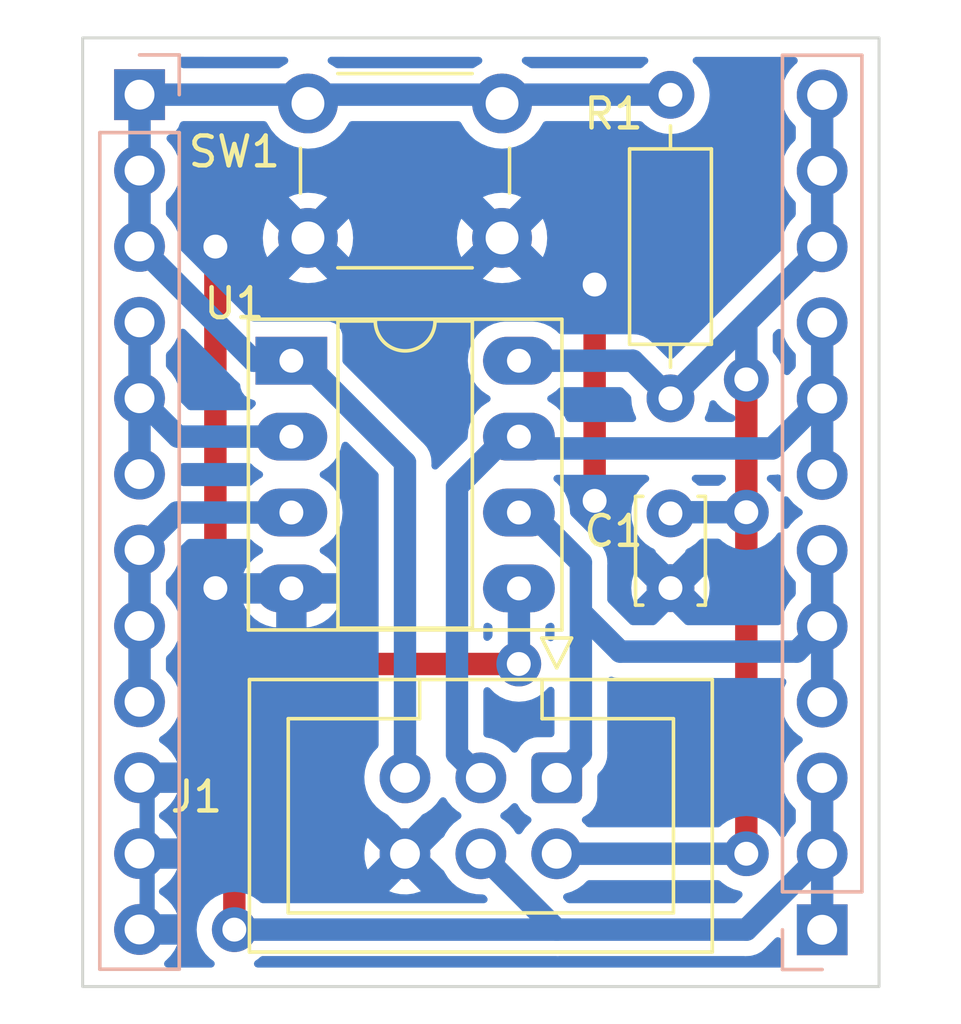
<source format=kicad_pcb>
(kicad_pcb (version 20211014) (generator pcbnew)
  (layers (0 "F.Cu" signal) (31 "B.Cu" signal) (34 "B.Paste" user) (35 "F.Paste" user) (36 "B.SilkS" user "B.Silkscreen") (37 "F.SilkS" user "F.Silkscreen") (38 "B.Mask" user) (39 "F.Mask" user) (44 "Edge.Cuts" user))
  (net 0 "")
  (net 1 "VCC")
  (net 2 "GND")
  (net 3 "Net-(J1-Pad1)")
  (net 4 "Net-(J1-Pad3)")
  (net 5 "Net-(J1-Pad5)")
  (net 6 "Net-(H1-Pad4)")
  (net 7 "Net-(H1-Pad7)")
  (net 8 "Net-(H2-Pad1)")
  (footprint "Package_DIP:DIP-8_W7.62mm_Socket_LongPads" (layer "F.Cu") (at 26.04 31.125)
    (fp_text reference "U1" (at -1.91 -1.915) (layer "F.SilkS"))
    (fp_text value "ATtiny13V-10P")
    (fp_line (start 6.06 8.95) (end 6.06 -1.33) (layer "F.SilkS") (width 0.12))
    (fp_line (start 1.56 8.95) (end 6.06 8.95) (layer "F.SilkS") (width 0.12))
    (fp_line (start -1.44 9.01) (end 9.06 9.01) (layer "F.SilkS") (width 0.12))
    (fp_line (start -1.44 -1.39) (end -1.44 9.01) (layer "F.SilkS") (width 0.12))
    (fp_line (start 9.06 9.01) (end 9.06 -1.39) (layer "F.SilkS") (width 0.12))
    (fp_line (start 2.81 -1.33) (end 1.56 -1.33) (layer "F.SilkS") (width 0.12))
    (fp_line (start 1.56 -1.33) (end 1.56 8.95) (layer "F.SilkS") (width 0.12))
    (fp_line (start 6.06 -1.33) (end 4.81 -1.33) (layer "F.SilkS") (width 0.12))
    (fp_line (start 9.06 -1.39) (end -1.44 -1.39) (layer "F.SilkS") (width 0.12))
    (fp_arc (start 4.81 -1.33) (mid 3.81 -0.33) (end 2.81 -1.33) (layer "F.SilkS") (width 0.12))
    (pad "1" thru_hole rect (at 0 0) (size 2.4 1.6) (drill 0.8) (layers *.Cu *.Mask) (net 5 "Net-(J1-Pad5)"))
    (pad "2" thru_hole oval (at 0 2.54) (size 2.4 1.6) (drill 0.8) (layers *.Cu *.Mask) (net 6 "Net-(H1-Pad4)"))
    (pad "3" thru_hole oval (at 0 5.08) (size 2.4 1.6) (drill 0.8) (layers *.Cu *.Mask) (net 7 "Net-(H1-Pad7)"))
    (pad "4" thru_hole oval (at 0 7.62) (size 2.4 1.6) (drill 0.8) (layers *.Cu *.Mask) (net 2 "GND"))
    (pad "5" thru_hole oval (at 7.62 7.62) (size 2.4 1.6) (drill 0.8) (layers *.Cu *.Mask) (net 8 "Net-(H2-Pad1)"))
    (pad "6" thru_hole oval (at 7.62 5.08) (size 2.4 1.6) (drill 0.8) (layers *.Cu *.Mask) (net 3 "Net-(J1-Pad1)"))
    (pad "7" thru_hole oval (at 7.62 2.54) (size 2.4 1.6) (drill 0.8) (layers *.Cu *.Mask) (net 4 "Net-(J1-Pad3)"))
    (pad "8" thru_hole oval (at 7.62 0) (size 2.4 1.6) (drill 0.8) (layers *.Cu *.Mask) (net 1 "VCC"))
  )
  (footprint "Capacitor_THT:C_Disc_D3.4mm_W2.1mm_P2.50mm" (layer "F.Cu") (at 38.735 36.235 -90)
    (fp_text reference "C1" (at 0.595 1.905 180) (layer "F.SilkS"))
    (fp_text value "100n")
    (fp_line (start -0.57 0.925) (end -0.57 1.17) (layer "F.SilkS") (width 0.12))
    (fp_line (start 3.07 0.925) (end 3.07 1.17) (layer "F.SilkS") (width 0.12))
    (fp_line (start -0.57 -1.17) (end 3.07 -1.17) (layer "F.SilkS") (width 0.12))
    (fp_line (start -0.57 1.17) (end 3.07 1.17) (layer "F.SilkS") (width 0.12))
    (fp_line (start 3.07 -1.17) (end 3.07 -0.925) (layer "F.SilkS") (width 0.12))
    (fp_line (start -0.57 -1.17) (end -0.57 -0.925) (layer "F.SilkS") (width 0.12))
    (pad "1" thru_hole circle (at 0 0 270) (size 1.6 1.6) (drill 0.8) (layers *.Cu *.Mask) (net 1 "VCC"))
    (pad "2" thru_hole circle (at 2.5 0 270) (size 1.6 1.6) (drill 0.8) (layers *.Cu *.Mask) (net 2 "GND"))
  )
  (footprint "Connector_IDC:IDC-Header_2x03_P2.54mm_Vertical" (layer "F.Cu") (at 34.925 45.085 -90)
    (fp_text reference "J1" (at 0.635 12.065 180) (layer "F.SilkS"))
    (fp_text value "AVR-ISP-6")
    (fp_line (start 5.83 10.29) (end -3.29 10.29) (layer "F.SilkS") (width 0.12))
    (fp_line (start -1.98 4.59) (end -3.29 4.59) (layer "F.SilkS") (width 0.12))
    (fp_line (start -3.29 -5.21) (end 5.83 -5.21) (layer "F.SilkS") (width 0.12))
    (fp_line (start 4.52 8.99) (end -1.98 8.99) (layer "F.SilkS") (width 0.12))
    (fp_line (start -1.98 0.49) (end -1.98 -3.91) (layer "F.SilkS") (width 0.12))
    (fp_line (start -1.98 -3.91) (end 4.52 -3.91) (layer "F.SilkS") (width 0.12))
    (fp_line (start -4.68 -0.5) (end -4.68 0.5) (layer "F.SilkS") (width 0.12))
    (fp_line (start -3.29 10.29) (end -3.29 -5.21) (layer "F.SilkS") (width 0.12))
    (fp_line (start -1.98 4.59) (end -1.98 4.59) (layer "F.SilkS") (width 0.12))
    (fp_line (start 5.83 -5.21) (end 5.83 10.29) (layer "F.SilkS") (width 0.12))
    (fp_line (start -3.29 0.49) (end -1.98 0.49) (layer "F.SilkS") (width 0.12))
    (fp_line (start -4.68 0.5) (end -3.68 0) (layer "F.SilkS") (width 0.12))
    (fp_line (start -1.98 8.99) (end -1.98 4.59) (layer "F.SilkS") (width 0.12))
    (fp_line (start -3.68 0) (end -4.68 -0.5) (layer "F.SilkS") (width 0.12))
    (fp_line (start 4.52 -3.91) (end 4.52 8.99) (layer "F.SilkS") (width 0.12))
    (pad "1" thru_hole roundrect (at 0 0 270) (size 1.7 1.7) (drill 1) (layers *.Cu *.Mask) (roundrect_rratio 0.147059) (net 3 "Net-(J1-Pad1)"))
    (pad "2" thru_hole circle (at 2.54 0 270) (size 1.7 1.7) (drill 1) (layers *.Cu *.Mask) (net 1 "VCC"))
    (pad "3" thru_hole circle (at 0 2.54 270) (size 1.7 1.7) (drill 1) (layers *.Cu *.Mask) (net 4 "Net-(J1-Pad3)"))
    (pad "4" thru_hole circle (at 2.54 2.54 270) (size 1.7 1.7) (drill 1) (layers *.Cu *.Mask) (net 8 "Net-(H2-Pad1)"))
    (pad "5" thru_hole circle (at 0 5.08 270) (size 1.7 1.7) (drill 1) (layers *.Cu *.Mask) (net 5 "Net-(J1-Pad5)"))
    (pad "6" thru_hole circle (at 2.54 5.08 270) (size 1.7 1.7) (drill 1) (layers *.Cu *.Mask) (net 2 "GND"))
  )
  (footprint "Button_Switch_THT:SW_PUSH_6mm" (layer "F.Cu") (at 26.595 22.515)
    (fp_text reference "SW1" (at -2.465 1.615) (layer "F.SilkS"))
    (fp_text value "SW_Push")
    (fp_line (start 5.5 -1) (end 1 -1) (layer "F.SilkS") (width 0.12))
    (fp_line (start 6.75 3) (end 6.75 1.5) (layer "F.SilkS") (width 0.12))
    (fp_line (start 1 5.5) (end 5.5 5.5) (layer "F.SilkS") (width 0.12))
    (fp_line (start -0.25 1.5) (end -0.25 3) (layer "F.SilkS") (width 0.12))
    (pad "1" thru_hole circle (at 0 0 90) (size 2 2) (drill 1.1) (layers *.Cu *.Mask) (net 5 "Net-(J1-Pad5)"))
    (pad "1" thru_hole circle (at 6.5 0 90) (size 2 2) (drill 1.1) (layers *.Cu *.Mask) (net 5 "Net-(J1-Pad5)"))
    (pad "2" thru_hole circle (at 6.5 4.5 90) (size 2 2) (drill 1.1) (layers *.Cu *.Mask) (net 2 "GND"))
    (pad "2" thru_hole circle (at 0 4.5 90) (size 2 2) (drill 1.1) (layers *.Cu *.Mask) (net 2 "GND"))
  )
  (footprint "Resistor_THT:R_Axial_DIN0207_L6.3mm_D2.5mm_P10.16mm_Horizontal" (layer "F.Cu") (at 38.735 22.225 -90)
    (fp_text reference "R1" (at 0.635 1.905 180) (layer "F.SilkS"))
    (fp_text value "10K")
    (fp_line (start 8.35 1.37) (end 8.35 -1.37) (layer "F.SilkS") (width 0.12))
    (fp_line (start 8.35 -1.37) (end 1.81 -1.37) (layer "F.SilkS") (width 0.12))
    (fp_line (start 1.81 1.37) (end 8.35 1.37) (layer "F.SilkS") (width 0.12))
    (fp_line (start 1.04 0) (end 1.81 0) (layer "F.SilkS") (width 0.12))
    (fp_line (start 9.12 0) (end 8.35 0) (layer "F.SilkS") (width 0.12))
    (fp_line (start 1.81 -1.37) (end 1.81 1.37) (layer "F.SilkS") (width 0.12))
    (pad "1" thru_hole circle (at 0 0 270) (size 1.6 1.6) (drill 0.8) (layers *.Cu *.Mask) (net 5 "Net-(J1-Pad5)"))
    (pad "2" thru_hole oval (at 10.16 0 270) (size 1.6 1.6) (drill 0.8) (layers *.Cu *.Mask) (net 1 "VCC"))
  )
  (footprint "Connector_PinHeader_2.54mm:PinHeader_1x12_P2.54mm_Vertical" (layer "B.Cu") (at 43.815 50.17)
    (fp_text reference "H2" hide)
    (fp_text value "Conn_01x12")
    (fp_line (start -1.33 -29.27) (end 1.33 -29.27) (layer "B.SilkS") (width 0.12))
    (fp_line (start -1.33 -1.27) (end -1.33 -29.27) (layer "B.SilkS") (width 0.12))
    (fp_line (start -1.33 -1.27) (end 1.33 -1.27) (layer "B.SilkS") (width 0.12))
    (fp_line (start -1.33 0) (end -1.33 1.33) (layer "B.SilkS") (width 0.12))
    (fp_line (start 1.33 -1.27) (end 1.33 -29.27) (layer "B.SilkS") (width 0.12))
    (fp_line (start -1.33 1.33) (end 0 1.33) (layer "B.SilkS") (width 0.12))
    (pad "1" thru_hole rect (at 0 0) (size 1.7 1.7) (drill 1) (layers *.Cu *.Mask) (net 8 "Net-(H2-Pad1)"))
    (pad "2" thru_hole oval (at 0 -2.54) (size 1.7 1.7) (drill 1) (layers *.Cu *.Mask) (net 8 "Net-(H2-Pad1)"))
    (pad "3" thru_hole oval (at 0 -5.08) (size 1.7 1.7) (drill 1) (layers *.Cu *.Mask) (net 8 "Net-(H2-Pad1)"))
    (pad "4" thru_hole oval (at 0 -7.62) (size 1.7 1.7) (drill 1) (layers *.Cu *.Mask) (net 3 "Net-(J1-Pad1)"))
    (pad "5" thru_hole oval (at 0 -10.16) (size 1.7 1.7) (drill 1) (layers *.Cu *.Mask) (net 3 "Net-(J1-Pad1)"))
    (pad "6" thru_hole oval (at 0 -12.7) (size 1.7 1.7) (drill 1) (layers *.Cu *.Mask) (net 3 "Net-(J1-Pad1)"))
    (pad "7" thru_hole oval (at 0 -15.24) (size 1.7 1.7) (drill 1) (layers *.Cu *.Mask) (net 4 "Net-(J1-Pad3)"))
    (pad "8" thru_hole oval (at 0 -17.78) (size 1.7 1.7) (drill 1) (layers *.Cu *.Mask) (net 4 "Net-(J1-Pad3)"))
    (pad "9" thru_hole oval (at 0 -20.32) (size 1.7 1.7) (drill 1) (layers *.Cu *.Mask) (net 4 "Net-(J1-Pad3)"))
    (pad "10" thru_hole oval (at 0 -22.86) (size 1.7 1.7) (drill 1) (layers *.Cu *.Mask) (net 1 "VCC"))
    (pad "11" thru_hole oval (at 0 -25.4) (size 1.7 1.7) (drill 1) (layers *.Cu *.Mask) (net 1 "VCC"))
    (pad "12" thru_hole oval (at 0 -27.94) (size 1.7 1.7) (drill 1) (layers *.Cu *.Mask) (net 1 "VCC"))
  )
  (footprint "Connector_PinHeader_2.54mm:PinHeader_1x12_P2.54mm_Vertical" (layer "B.Cu") (at 20.955 22.22 180)
    (fp_text reference "H1" hide)
    (fp_text value "Conn_01x12")
    (fp_line (start -1.33 1.33) (end 0 1.33) (layer "B.SilkS") (width 0.12))
    (fp_line (start -1.33 -29.27) (end 1.33 -29.27) (layer "B.SilkS") (width 0.12))
    (fp_line (start 1.33 -1.27) (end 1.33 -29.27) (layer "B.SilkS") (width 0.12))
    (fp_line (start -1.33 -1.27) (end 1.33 -1.27) (layer "B.SilkS") (width 0.12))
    (fp_line (start -1.33 0) (end -1.33 1.33) (layer "B.SilkS") (width 0.12))
    (fp_line (start -1.33 -1.27) (end -1.33 -29.27) (layer "B.SilkS") (width 0.12))
    (pad "1" thru_hole rect (at 0 0 180) (size 1.7 1.7) (drill 1) (layers *.Cu *.Mask) (net 5 "Net-(J1-Pad5)"))
    (pad "2" thru_hole oval (at 0 -2.54 180) (size 1.7 1.7) (drill 1) (layers *.Cu *.Mask) (net 5 "Net-(J1-Pad5)"))
    (pad "3" thru_hole oval (at 0 -5.08 180) (size 1.7 1.7) (drill 1) (layers *.Cu *.Mask) (net 5 "Net-(J1-Pad5)"))
    (pad "4" thru_hole oval (at 0 -7.62 180) (size 1.7 1.7) (drill 1) (layers *.Cu *.Mask) (net 6 "Net-(H1-Pad4)"))
    (pad "5" thru_hole oval (at 0 -10.16 180) (size 1.7 1.7) (drill 1) (layers *.Cu *.Mask) (net 6 "Net-(H1-Pad4)"))
    (pad "6" thru_hole oval (at 0 -12.7 180) (size 1.7 1.7) (drill 1) (layers *.Cu *.Mask) (net 6 "Net-(H1-Pad4)"))
    (pad "7" thru_hole oval (at 0 -15.24 180) (size 1.7 1.7) (drill 1) (layers *.Cu *.Mask) (net 7 "Net-(H1-Pad7)"))
    (pad "8" thru_hole oval (at 0 -17.78 180) (size 1.7 1.7) (drill 1) (layers *.Cu *.Mask) (net 7 "Net-(H1-Pad7)"))
    (pad "9" thru_hole oval (at 0 -20.32 180) (size 1.7 1.7) (drill 1) (layers *.Cu *.Mask) (net 7 "Net-(H1-Pad7)"))
    (pad "10" thru_hole oval (at 0 -22.86 180) (size 1.7 1.7) (drill 1) (layers *.Cu *.Mask) (net 2 "GND"))
    (pad "11" thru_hole oval (at 0 -25.4 180) (size 1.7 1.7) (drill 1) (layers *.Cu *.Mask) (net 2 "GND"))
    (pad "12" thru_hole oval (at 0 -27.94 180) (size 1.7 1.7) (drill 1) (layers *.Cu *.Mask) (net 2 "GND"))
  )
  (gr_rect (start 19.05 20.32) (end 45.72 52.07) (layer "Edge.Cuts") (width 0.1) (fill none))
  (segment (start 41.275 36.195) (end 41.275 47.625) (width 0.75) (layer "F.Cu") (net 1))
  (segment (start 41.275 31.75) (end 41.275 36.195) (width 0.75) (layer "F.Cu") (net 1))
  (via (at 41.275 47.625) (size 1.5) (drill 0.8) (layers "F.Cu" "B.Cu") (net 1))
  (via (at 41.275 36.195) (size 1.5) (drill 0.8) (layers "F.Cu" "B.Cu") (net 1))
  (via (at 41.275 31.75) (size 1.5) (drill 0.8) (layers "F.Cu" "B.Cu") (net 1))
  (segment (start 38.775 36.195) (end 38.735 36.235) (width 0.75) (layer "B.Cu") (net 1))
  (segment (start 41.2775 29.8475) (end 43.815 27.31) (width 0.75) (layer "B.Cu") (net 1))
  (segment (start 37.475 31.125) (end 38.735 32.385) (width 0.75) (layer "B.Cu") (net 1))
  (segment (start 41.275 47.625) (end 34.925 47.625) (width 0.75) (layer "B.Cu") (net 1))
  (segment (start 33.66 31.125) (end 37.475 31.125) (width 0.75) (layer "B.Cu") (net 1))
  (segment (start 41.275 36.195) (end 38.775 36.195) (width 0.75) (layer "B.Cu") (net 1))
  (segment (start 38.74 32.385) (end 41.2775 29.8475) (width 0.75) (layer "B.Cu") (net 1))
  (segment (start 41.2775 29.8475) (end 41.275 29.85) (width 0.75) (layer "B.Cu") (net 1))
  (segment (start 43.815 27.31) (end 43.815 22.23) (width 0.75) (layer "B.Cu") (net 1))
  (segment (start 41.275 29.85) (end 41.275 31.75) (width 0.75) (layer "B.Cu") (net 1))
  (segment (start 38.735 32.385) (end 38.74 32.385) (width 0.75) (layer "B.Cu") (net 1))
  (segment (start 36.195 35.814) (end 36.195 28.575) (width 0.75) (layer "F.Cu") (net 2))
  (segment (start 23.495 27.305) (end 23.495 38.735) (width 0.75) (layer "F.Cu") (net 2))
  (via (at 23.495 38.735) (size 1.5) (drill 0.8) (layers "F.Cu" "B.Cu") (net 2))
  (via (at 36.195 35.814) (size 1.5) (drill 0.8) (layers "F.Cu" "B.Cu") (net 2))
  (via (at 23.495 27.305) (size 1.5) (drill 0.8) (layers "F.Cu" "B.Cu") (net 2))
  (via (at 36.195 28.575) (size 1.5) (drill 0.8) (layers "F.Cu" "B.Cu") (net 2))
  (segment (start 43.815 42.55) (end 43.815 37.47) (width 0.75) (layer "B.Cu") (net 3))
  (segment (start 33.66 36.205) (end 34.06 36.205) (width 0.75) (layer "B.Cu") (net 3))
  (segment (start 35.73452 44.27548) (end 34.925 45.085) (width 0.75) (layer "B.Cu") (net 3))
  (segment (start 34.06 36.205) (end 35.73452 37.87952) (width 0.75) (layer "B.Cu") (net 3))
  (segment (start 42.965 40.86) (end 37.05 40.86) (width 0.75) (layer "B.Cu") (net 3))
  (segment (start 37.05 40.86) (end 35.73452 39.54452) (width 0.75) (layer "B.Cu") (net 3))
  (segment (start 35.73452 37.87952) (end 35.73452 39.54452) (width 0.75) (layer "B.Cu") (net 3))
  (segment (start 43.815 40.01) (end 42.965 40.86) (width 0.75) (layer "B.Cu") (net 3))
  (segment (start 35.73452 39.54452) (end 35.73452 44.27548) (width 0.75) (layer "B.Cu") (net 3))
  (segment (start 33.66 33.665) (end 34.054511 34.059511) (width 0.75) (layer "B.Cu") (net 4))
  (segment (start 34.054511 34.059511) (end 42.145489 34.059511) (width 0.75) (layer "B.Cu") (net 4))
  (segment (start 33.26 33.665) (end 31.58548 35.33952) (width 0.75) (layer "B.Cu") (net 4))
  (segment (start 33.66 33.665) (end 33.26 33.665) (width 0.75) (layer "B.Cu") (net 4))
  (segment (start 31.58548 35.33952) (end 31.58548 44.28548) (width 0.75) (layer "B.Cu") (net 4))
  (segment (start 42.145489 34.059511) (end 43.815 32.39) (width 0.75) (layer "B.Cu") (net 4))
  (segment (start 31.58548 44.28548) (end 32.385 45.085) (width 0.75) (layer "B.Cu") (net 4))
  (segment (start 43.815 34.93) (end 43.815 29.85) (width 0.75) (layer "B.Cu") (net 4))
  (segment (start 26.44 31.125) (end 29.845 34.53) (width 0.75) (layer "B.Cu") (net 5))
  (segment (start 29.845 34.53) (end 29.845 45.085) (width 0.75) (layer "B.Cu") (net 5))
  (segment (start 38.73 22.22) (end 38.735 22.225) (width 0.75) (layer "B.Cu") (net 5))
  (segment (start 26.04 31.125) (end 26.44 31.125) (width 0.75) (layer "B.Cu") (net 5))
  (segment (start 24.78 31.125) (end 20.955 27.3) (width 0.75) (layer "B.Cu") (net 5))
  (segment (start 20.955 22.22) (end 38.73 22.22) (width 0.75) (layer "B.Cu") (net 5))
  (segment (start 26.04 31.125) (end 24.78 31.125) (width 0.75) (layer "B.Cu") (net 5))
  (segment (start 20.955 22.22) (end 20.955 27.3) (width 0.75) (layer "B.Cu") (net 5))
  (segment (start 22.24 33.665) (end 20.955 32.38) (width 0.75) (layer "B.Cu") (net 6))
  (segment (start 26.04 33.665) (end 22.24 33.665) (width 0.75) (layer "B.Cu") (net 6))
  (segment (start 20.955 29.84) (end 20.955 34.92) (width 0.75) (layer "B.Cu") (net 6))
  (segment (start 22.21 36.205) (end 26.04 36.205) (width 0.75) (layer "B.Cu") (net 7))
  (segment (start 20.955 42.54) (end 20.955 37.46) (width 0.75) (layer "B.Cu") (net 7))
  (segment (start 20.955 37.46) (end 22.21 36.205) (width 0.75) (layer "B.Cu") (net 7))
  (segment (start 33.655 41.275) (end 24.765 41.275) (width 0.75) (layer "F.Cu") (net 8))
  (segment (start 24.13 41.91) (end 24.13 50.165) (width 0.75) (layer "F.Cu") (net 8))
  (segment (start 24.765 41.275) (end 24.13 41.91) (width 0.75) (layer "F.Cu") (net 8))
  (via (at 33.655 41.275) (size 1.5) (drill 0.8) (layers "F.Cu" "B.Cu") (net 8))
  (via (at 24.13 50.165) (size 1.5) (drill 0.8) (layers "F.Cu" "B.Cu") (net 8))
  (segment (start 43.815 50.17) (end 43.815 45.09) (width 0.75) (layer "B.Cu") (net 8))
  (segment (start 33.655 41.275) (end 33.66 41.27) (width 0.75) (layer "B.Cu") (net 8))
  (segment (start 41.28 50.165) (end 34.925 50.165) (width 0.75) (layer "B.Cu") (net 8))
  (segment (start 24.13 50.165) (end 34.925 50.165) (width 0.75) (layer "B.Cu") (net 8))
  (segment (start 34.925 50.165) (end 32.385 47.625) (width 0.75) (layer "B.Cu") (net 8))
  (segment (start 43.815 47.63) (end 41.28 50.165) (width 0.75) (layer "B.Cu") (net 8))
  (segment (start 33.66 41.27) (end 33.66 38.745) (width 0.75) (layer "B.Cu") (net 8))
  (zone (net 2) (net_name "GND") (layer "B.Cu") (connect_pads (clearance 0.508)) (min_thickness 0.254) (fill yes (thermal_gap 0.508) (thermal_bridge_width 1.016) (island_removal_mode 1) (island_area_min 0))
    (polygon (pts (xy 43.815 51.435) (xy 20.955 51.435) (xy 20.955278 20.95) (xy 43.815278 20.955)))
  )
)
</source>
